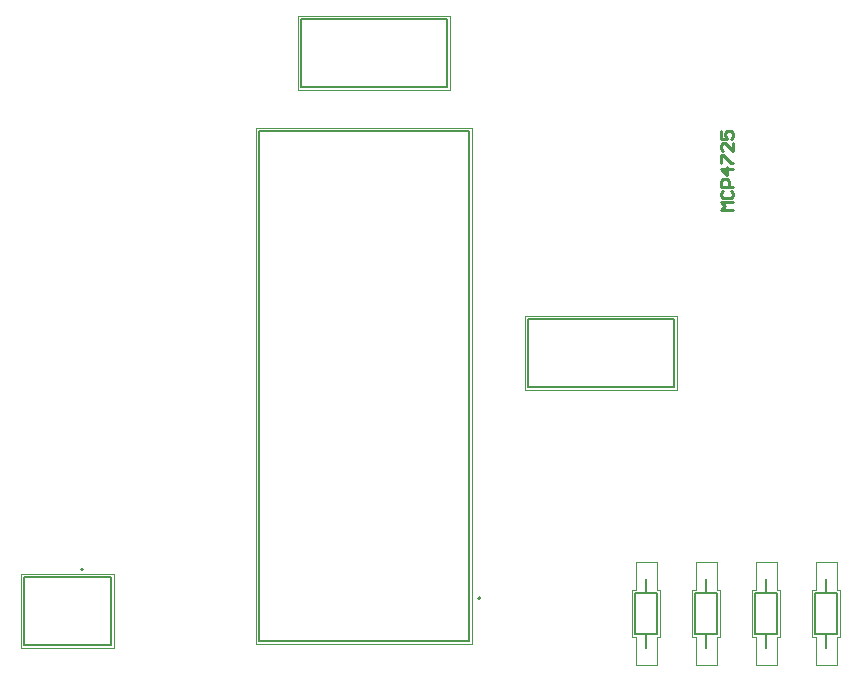
<source format=gm1>
G04*
G04 #@! TF.GenerationSoftware,Altium Limited,Altium Designer,22.5.1 (42)*
G04*
G04 Layer_Color=16711935*
%FSLAX42Y42*%
%MOMM*%
G71*
G04*
G04 #@! TF.SameCoordinates,9A8E8AE2-EB4B-44E5-8707-8227BA4DF72F*
G04*
G04*
G04 #@! TF.FilePolarity,Positive*
G04*
G01*
G75*
%ADD10C,0.20*%
%ADD11C,0.25*%
%ADD12C,0.13*%
%ADD13C,0.05*%
D10*
X10475Y3676D02*
G03*
X10475Y3676I-10J0D01*
G01*
X13837Y3432D02*
G03*
X13837Y3432I-10J0D01*
G01*
D11*
X15977Y6718D02*
X15877D01*
X15910Y6752D01*
X15877Y6785D01*
X15977D01*
X15893Y6885D02*
X15877Y6868D01*
Y6835D01*
X15893Y6818D01*
X15960D01*
X15977Y6835D01*
Y6868D01*
X15960Y6885D01*
X15977Y6918D02*
X15877D01*
Y6968D01*
X15893Y6985D01*
X15927D01*
X15943Y6968D01*
Y6918D01*
X15977Y7068D02*
X15877D01*
X15927Y7018D01*
Y7085D01*
X15877Y7118D02*
Y7185D01*
X15893D01*
X15960Y7118D01*
X15977D01*
Y7285D02*
Y7218D01*
X15910Y7285D01*
X15893D01*
X15877Y7268D01*
Y7235D01*
X15893Y7218D01*
X15877Y7385D02*
Y7318D01*
X15927D01*
X15910Y7351D01*
Y7368D01*
X15927Y7385D01*
X15960D01*
X15977Y7368D01*
Y7335D01*
X15960Y7318D01*
X15977Y6718D02*
X15877D01*
X15910Y6752D01*
X15877Y6785D01*
X15977D01*
X15893Y6885D02*
X15877Y6868D01*
Y6835D01*
X15893Y6818D01*
X15960D01*
X15977Y6835D01*
Y6868D01*
X15960Y6885D01*
X15977Y6918D02*
X15877D01*
Y6968D01*
X15893Y6985D01*
X15927D01*
X15943Y6968D01*
Y6918D01*
X15977Y7068D02*
X15877D01*
X15927Y7018D01*
Y7085D01*
X15877Y7118D02*
Y7185D01*
X15893D01*
X15960Y7118D01*
X15977D01*
Y7285D02*
Y7218D01*
X15910Y7285D01*
X15893D01*
X15877Y7268D01*
Y7235D01*
X15893Y7218D01*
X15877Y7385D02*
Y7318D01*
X15927D01*
X15910Y7351D01*
Y7368D01*
X15927Y7385D01*
X15960D01*
X15977Y7368D01*
Y7335D01*
X15960Y7318D01*
D12*
X16671Y3127D02*
Y3477D01*
X16764D01*
X16857D01*
Y3127D02*
Y3477D01*
X16764Y3127D02*
X16857D01*
X16671D02*
X16764D01*
Y3009D02*
Y3127D01*
Y3477D02*
Y3594D01*
X16163Y3127D02*
Y3477D01*
X16256D01*
X16349D01*
Y3127D02*
Y3477D01*
X16256Y3127D02*
X16349D01*
X16163D02*
X16256D01*
Y3009D02*
Y3127D01*
Y3477D02*
Y3594D01*
X15655Y3127D02*
Y3477D01*
X15748D01*
X15840D01*
Y3127D02*
Y3477D01*
X15748Y3127D02*
X15840D01*
X15655D02*
X15748D01*
Y3009D02*
Y3127D01*
Y3477D02*
Y3594D01*
X14237Y5223D02*
X15477D01*
Y5798D01*
X14237D02*
X15477D01*
X14237Y5223D02*
Y5798D01*
X12317Y7763D02*
X13557D01*
Y8338D01*
X12317D02*
X13557D01*
X12317Y7763D02*
Y8338D01*
X9970Y3613D02*
X10710D01*
X9970Y3038D02*
Y3613D01*
Y3038D02*
X10710D01*
Y3613D01*
X11963Y7391D02*
X13741D01*
X11963Y3073D02*
Y7391D01*
X13741Y3073D02*
Y7391D01*
X11963Y3073D02*
X13741D01*
X15148Y3127D02*
Y3477D01*
X15240D01*
X15332D01*
Y3127D02*
Y3477D01*
X15240Y3127D02*
X15332D01*
X15148D02*
X15240D01*
Y3009D02*
Y3127D01*
Y3477D02*
Y3594D01*
D13*
X16646Y3102D02*
Y3502D01*
X16676D01*
Y3740D01*
X16852D01*
Y3502D02*
Y3740D01*
Y3502D02*
X16882D01*
Y3102D02*
Y3502D01*
X16852Y3102D02*
X16882D01*
X16852Y2864D02*
Y3102D01*
X16676Y2864D02*
X16852D01*
X16676D02*
Y3102D01*
X16646D02*
X16676D01*
X16138D02*
Y3502D01*
X16168D01*
Y3740D01*
X16344D01*
Y3502D02*
Y3740D01*
Y3502D02*
X16374D01*
Y3102D02*
Y3502D01*
X16344Y3102D02*
X16374D01*
X16344Y2864D02*
Y3102D01*
X16168Y2864D02*
X16344D01*
X16168D02*
Y3102D01*
X16138D02*
X16168D01*
X15630D02*
Y3502D01*
X15660D01*
Y3740D01*
X15836D01*
Y3502D02*
Y3740D01*
Y3502D02*
X15865D01*
Y3102D02*
Y3502D01*
X15836Y3102D02*
X15865D01*
X15836Y2864D02*
Y3102D01*
X15660Y2864D02*
X15836D01*
X15660D02*
Y3102D01*
X15630D02*
X15660D01*
X14212Y5823D02*
X15502D01*
Y5198D02*
Y5823D01*
X14212Y5198D02*
X15502D01*
X14212D02*
Y5823D01*
X12292Y8363D02*
X13582D01*
Y7738D02*
Y8363D01*
X12292Y7738D02*
X13582D01*
X12292D02*
Y8363D01*
X9945Y3638D02*
X10735D01*
X9945Y3013D02*
Y3638D01*
Y3013D02*
X10735D01*
Y3638D01*
X13766Y3048D02*
Y7416D01*
X11938D02*
X13766D01*
X11938Y3048D02*
Y7416D01*
Y3048D02*
X13766D01*
X15123Y3102D02*
Y3502D01*
X15152D01*
Y3740D01*
X15328D01*
Y3502D02*
Y3740D01*
Y3502D02*
X15357D01*
Y3102D02*
Y3502D01*
X15328Y3102D02*
X15357D01*
X15328Y2864D02*
Y3102D01*
X15152Y2864D02*
X15328D01*
X15152D02*
Y3102D01*
X15123D02*
X15152D01*
M02*

</source>
